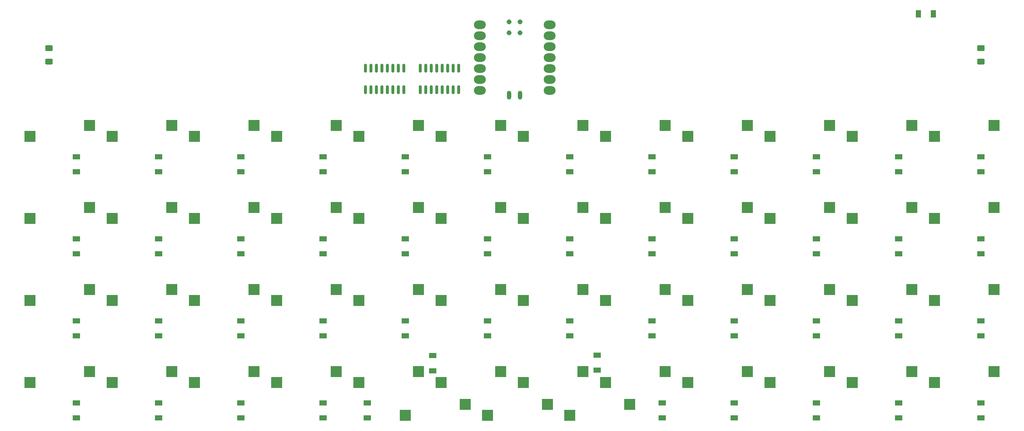
<source format=gbr>
%TF.GenerationSoftware,KiCad,Pcbnew,(6.0.4-0)*%
%TF.CreationDate,2022-09-28T21:01:25-05:00*%
%TF.ProjectId,mongus48,6d6f6e67-7573-4343-982e-6b696361645f,rev?*%
%TF.SameCoordinates,Original*%
%TF.FileFunction,Paste,Bot*%
%TF.FilePolarity,Positive*%
%FSLAX46Y46*%
G04 Gerber Fmt 4.6, Leading zero omitted, Abs format (unit mm)*
G04 Created by KiCad (PCBNEW (6.0.4-0)) date 2022-09-28 21:01:25*
%MOMM*%
%LPD*%
G01*
G04 APERTURE LIST*
G04 Aperture macros list*
%AMRoundRect*
0 Rectangle with rounded corners*
0 $1 Rounding radius*
0 $2 $3 $4 $5 $6 $7 $8 $9 X,Y pos of 4 corners*
0 Add a 4 corners polygon primitive as box body*
4,1,4,$2,$3,$4,$5,$6,$7,$8,$9,$2,$3,0*
0 Add four circle primitives for the rounded corners*
1,1,$1+$1,$2,$3*
1,1,$1+$1,$4,$5*
1,1,$1+$1,$6,$7*
1,1,$1+$1,$8,$9*
0 Add four rect primitives between the rounded corners*
20,1,$1+$1,$2,$3,$4,$5,0*
20,1,$1+$1,$4,$5,$6,$7,0*
20,1,$1+$1,$6,$7,$8,$9,0*
20,1,$1+$1,$8,$9,$2,$3,0*%
G04 Aperture macros list end*
%ADD10R,2.550000X2.500000*%
%ADD11R,1.700000X1.300000*%
%ADD12RoundRect,0.150000X0.150000X-0.850000X0.150000X0.850000X-0.150000X0.850000X-0.150000X-0.850000X0*%
%ADD13R,1.300000X1.700000*%
%ADD14O,2.748280X1.998980*%
%ADD15O,1.016000X2.032000*%
%ADD16C,1.143000*%
%ADD17RoundRect,0.250000X0.625000X-0.400000X0.625000X0.400000X-0.625000X0.400000X-0.625000X-0.400000X0*%
G04 APERTURE END LIST*
D10*
%TO.C,SW28*%
X106302500Y-106838750D03*
X92452500Y-109378750D03*
%TD*%
%TO.C,SW38*%
X68202500Y-125888750D03*
X54352500Y-128428750D03*
%TD*%
%TO.C,SW39*%
X87252500Y-125888750D03*
X73402500Y-128428750D03*
%TD*%
%TO.C,SW50*%
X160397500Y-136048750D03*
X174247500Y-133508750D03*
%TD*%
%TO.C,SW11*%
X239652500Y-68738750D03*
X225802500Y-71278750D03*
%TD*%
%TO.C,SW27*%
X87252500Y-106838750D03*
X73402500Y-109378750D03*
%TD*%
%TO.C,SW32*%
X182502500Y-106838750D03*
X168652500Y-109378750D03*
%TD*%
%TO.C,SW26*%
X68202500Y-106838750D03*
X54352500Y-109378750D03*
%TD*%
%TO.C,SW8*%
X182502500Y-68738750D03*
X168652500Y-71278750D03*
%TD*%
%TO.C,SW33*%
X201552500Y-106838750D03*
X187702500Y-109378750D03*
%TD*%
%TO.C,SW35*%
X239652500Y-106838750D03*
X225802500Y-109378750D03*
%TD*%
%TO.C,SW19*%
X163452500Y-87788750D03*
X149602500Y-90328750D03*
%TD*%
%TO.C,SW12*%
X258702500Y-68738750D03*
X244852500Y-71278750D03*
%TD*%
%TO.C,SW44*%
X182502500Y-125888750D03*
X168652500Y-128428750D03*
%TD*%
%TO.C,SW22*%
X220602500Y-87788750D03*
X206752500Y-90328750D03*
%TD*%
%TO.C,SW49*%
X141347500Y-136048750D03*
X155197500Y-133508750D03*
%TD*%
%TO.C,SW6*%
X144402500Y-68738750D03*
X130552500Y-71278750D03*
%TD*%
%TO.C,SW17*%
X125352500Y-87788750D03*
X111502500Y-90328750D03*
%TD*%
%TO.C,SW42*%
X144402500Y-125888750D03*
X130552500Y-128428750D03*
%TD*%
%TO.C,SW7*%
X163452500Y-68738750D03*
X149602500Y-71278750D03*
%TD*%
%TO.C,SW45*%
X201552500Y-125888750D03*
X187702500Y-128428750D03*
%TD*%
%TO.C,SW15*%
X87252500Y-87788750D03*
X73402500Y-90328750D03*
%TD*%
%TO.C,SW47*%
X239652500Y-125888750D03*
X225802500Y-128428750D03*
%TD*%
%TO.C,SW4*%
X106302500Y-68738750D03*
X92452500Y-71278750D03*
%TD*%
%TO.C,SW37*%
X49152500Y-125888750D03*
X35302500Y-128428750D03*
%TD*%
%TO.C,SW29*%
X125352500Y-106838750D03*
X111502500Y-109378750D03*
%TD*%
%TO.C,SW23*%
X239652500Y-87788750D03*
X225802500Y-90328750D03*
%TD*%
%TO.C,SW1*%
X49152500Y-68738750D03*
X35302500Y-71278750D03*
%TD*%
%TO.C,SW51*%
X122297500Y-136048750D03*
X136147500Y-133508750D03*
%TD*%
%TO.C,SW20*%
X182502500Y-87788750D03*
X168652500Y-90328750D03*
%TD*%
%TO.C,SW25*%
X49152500Y-106838750D03*
X35302500Y-109378750D03*
%TD*%
%TO.C,SW9*%
X201552500Y-68738750D03*
X187702500Y-71278750D03*
%TD*%
%TO.C,SW34*%
X220602500Y-106838750D03*
X206752500Y-109378750D03*
%TD*%
%TO.C,SW46*%
X220602500Y-125888750D03*
X206752500Y-128428750D03*
%TD*%
%TO.C,SW40*%
X106302500Y-125888750D03*
X92452500Y-128428750D03*
%TD*%
%TO.C,SW14*%
X68202500Y-87788750D03*
X54352500Y-90328750D03*
%TD*%
%TO.C,SW36*%
X258702500Y-106838750D03*
X244852500Y-109378750D03*
%TD*%
%TO.C,SW3*%
X87252500Y-68738750D03*
X73402500Y-71278750D03*
%TD*%
%TO.C,SW43*%
X163452500Y-125888750D03*
X149602500Y-128428750D03*
%TD*%
%TO.C,SW30*%
X144402500Y-106838750D03*
X130552500Y-109378750D03*
%TD*%
%TO.C,SW10*%
X220602500Y-68738750D03*
X206752500Y-71278750D03*
%TD*%
%TO.C,SW21*%
X201552500Y-87788750D03*
X187702500Y-90328750D03*
%TD*%
%TO.C,SW2*%
X68202500Y-68738750D03*
X54352500Y-71278750D03*
%TD*%
%TO.C,SW48*%
X258702500Y-125888750D03*
X244852500Y-128428750D03*
%TD*%
%TO.C,SW24*%
X258702500Y-87788750D03*
X244852500Y-90328750D03*
%TD*%
%TO.C,SW41*%
X125352500Y-125888750D03*
X111502500Y-128428750D03*
%TD*%
%TO.C,SW31*%
X163452500Y-106838750D03*
X149602500Y-109378750D03*
%TD*%
%TO.C,SW18*%
X144402500Y-87788750D03*
X130552500Y-90328750D03*
%TD*%
%TO.C,SW16*%
X106302500Y-87788750D03*
X92452500Y-90328750D03*
%TD*%
%TO.C,SW13*%
X49152500Y-87788750D03*
X35302500Y-90328750D03*
%TD*%
%TO.C,SW5*%
X125352500Y-68738750D03*
X111502500Y-71278750D03*
%TD*%
D11*
%TO.C,D24*%
X255587500Y-98587500D03*
X255587500Y-95087500D03*
%TD*%
%TO.C,D17*%
X122237500Y-98587500D03*
X122237500Y-95087500D03*
%TD*%
%TO.C,D4*%
X103187500Y-79537500D03*
X103187500Y-76037500D03*
%TD*%
%TO.C,D47*%
X236537500Y-136687500D03*
X236537500Y-133187500D03*
%TD*%
%TO.C,D21*%
X198437500Y-98587500D03*
X198437500Y-95087500D03*
%TD*%
%TO.C,D13*%
X46037500Y-98587500D03*
X46037500Y-95087500D03*
%TD*%
%TO.C,D32*%
X179387500Y-117637500D03*
X179387500Y-114137500D03*
%TD*%
%TO.C,D23*%
X236537500Y-98587500D03*
X236537500Y-95087500D03*
%TD*%
D12*
%TO.C,U2*%
X121920000Y-60443750D03*
X120650000Y-60443750D03*
X119380000Y-60443750D03*
X118110000Y-60443750D03*
X116840000Y-60443750D03*
X115570000Y-60443750D03*
X114300000Y-60443750D03*
X113030000Y-60443750D03*
X113030000Y-55443750D03*
X114300000Y-55443750D03*
X115570000Y-55443750D03*
X116840000Y-55443750D03*
X118110000Y-55443750D03*
X119380000Y-55443750D03*
X120650000Y-55443750D03*
X121920000Y-55443750D03*
%TD*%
D11*
%TO.C,D14*%
X65087500Y-98587500D03*
X65087500Y-95087500D03*
%TD*%
%TO.C,D35*%
X236537500Y-117637500D03*
X236537500Y-114137500D03*
%TD*%
%TO.C,D25*%
X46037500Y-117637500D03*
X46037500Y-114137500D03*
%TD*%
%TO.C,D33*%
X198437500Y-117637500D03*
X198437500Y-114137500D03*
%TD*%
%TO.C,D30*%
X141287500Y-117637500D03*
X141287500Y-114137500D03*
%TD*%
%TO.C,D16*%
X103187500Y-98587500D03*
X103187500Y-95087500D03*
%TD*%
%TO.C,D42*%
X128587500Y-125737500D03*
X128587500Y-122237500D03*
%TD*%
%TO.C,D26*%
X65087500Y-117637500D03*
X65087500Y-114137500D03*
%TD*%
%TO.C,D41*%
X113506250Y-136687500D03*
X113506250Y-133187500D03*
%TD*%
%TO.C,D22*%
X217487500Y-98587500D03*
X217487500Y-95087500D03*
%TD*%
D13*
%TO.C,RD1*%
X241137500Y-42862500D03*
X244637500Y-42862500D03*
%TD*%
D11*
%TO.C,D46*%
X217487500Y-136687500D03*
X217487500Y-133187500D03*
%TD*%
%TO.C,D37*%
X46037500Y-136687500D03*
X46037500Y-133187500D03*
%TD*%
%TO.C,D19*%
X160337500Y-98587500D03*
X160337500Y-95087500D03*
%TD*%
D14*
%TO.C,U1*%
X155704290Y-45387990D03*
X155704290Y-47927990D03*
X155704290Y-50467990D03*
X155704290Y-53007990D03*
X155704290Y-55547990D03*
X155704290Y-58087990D03*
X155704290Y-60627990D03*
X139539730Y-60627990D03*
X139539730Y-58087990D03*
X139539730Y-55547990D03*
X139539730Y-53007990D03*
X139539730Y-50467990D03*
X139539730Y-47927990D03*
X139539730Y-45387990D03*
D15*
X148837410Y-61705810D03*
X146287410Y-61705810D03*
D16*
X148838607Y-44701623D03*
X146298607Y-44701623D03*
X148838607Y-47241623D03*
X146298607Y-47241623D03*
%TD*%
D11*
%TO.C,D2*%
X65087500Y-79537500D03*
X65087500Y-76037500D03*
%TD*%
%TO.C,D39*%
X84137500Y-136687500D03*
X84137500Y-133187500D03*
%TD*%
%TO.C,D27*%
X84137500Y-117637500D03*
X84137500Y-114137500D03*
%TD*%
%TO.C,D18*%
X141287500Y-98587500D03*
X141287500Y-95087500D03*
%TD*%
%TO.C,D29*%
X122237500Y-117637500D03*
X122237500Y-114137500D03*
%TD*%
%TO.C,D12*%
X255587500Y-79537500D03*
X255587500Y-76037500D03*
%TD*%
D17*
%TO.C,R2*%
X255587500Y-53937500D03*
X255587500Y-50837500D03*
%TD*%
D11*
%TO.C,D9*%
X198437500Y-79537500D03*
X198437500Y-76037500D03*
%TD*%
D12*
%TO.C,U3*%
X134620000Y-60443750D03*
X133350000Y-60443750D03*
X132080000Y-60443750D03*
X130810000Y-60443750D03*
X129540000Y-60443750D03*
X128270000Y-60443750D03*
X127000000Y-60443750D03*
X125730000Y-60443750D03*
X125730000Y-55443750D03*
X127000000Y-55443750D03*
X128270000Y-55443750D03*
X129540000Y-55443750D03*
X130810000Y-55443750D03*
X132080000Y-55443750D03*
X133350000Y-55443750D03*
X134620000Y-55443750D03*
%TD*%
D11*
%TO.C,D43*%
X166687500Y-125575000D03*
X166687500Y-122075000D03*
%TD*%
%TO.C,D7*%
X160337500Y-79537500D03*
X160337500Y-76037500D03*
%TD*%
%TO.C,D40*%
X103187500Y-136687500D03*
X103187500Y-133187500D03*
%TD*%
%TO.C,D1*%
X46037500Y-79537500D03*
X46037500Y-76037500D03*
%TD*%
%TO.C,D38*%
X65087500Y-136687500D03*
X65087500Y-133187500D03*
%TD*%
%TO.C,D11*%
X236537500Y-79537500D03*
X236537500Y-76037500D03*
%TD*%
%TO.C,D3*%
X84137500Y-79537500D03*
X84137500Y-76037500D03*
%TD*%
%TO.C,D5*%
X122237500Y-79537500D03*
X122237500Y-76037500D03*
%TD*%
%TO.C,D45*%
X198437500Y-136687500D03*
X198437500Y-133187500D03*
%TD*%
%TO.C,D28*%
X103187500Y-117637500D03*
X103187500Y-114137500D03*
%TD*%
%TO.C,D6*%
X141287500Y-79537500D03*
X141287500Y-76037500D03*
%TD*%
%TO.C,D34*%
X217487500Y-117637500D03*
X217487500Y-114137500D03*
%TD*%
%TO.C,D44*%
X181768750Y-136687500D03*
X181768750Y-133187500D03*
%TD*%
%TO.C,D10*%
X217487500Y-79537500D03*
X217487500Y-76037500D03*
%TD*%
%TO.C,D31*%
X160337500Y-117637500D03*
X160337500Y-114137500D03*
%TD*%
%TO.C,D15*%
X84137500Y-98587500D03*
X84137500Y-95087500D03*
%TD*%
%TO.C,D36*%
X255587500Y-117637500D03*
X255587500Y-114137500D03*
%TD*%
D17*
%TO.C,R1*%
X39687500Y-53937500D03*
X39687500Y-50837500D03*
%TD*%
D11*
%TO.C,D8*%
X179387500Y-79537500D03*
X179387500Y-76037500D03*
%TD*%
%TO.C,D48*%
X255587500Y-136687500D03*
X255587500Y-133187500D03*
%TD*%
%TO.C,D20*%
X179387500Y-98587500D03*
X179387500Y-95087500D03*
%TD*%
M02*

</source>
